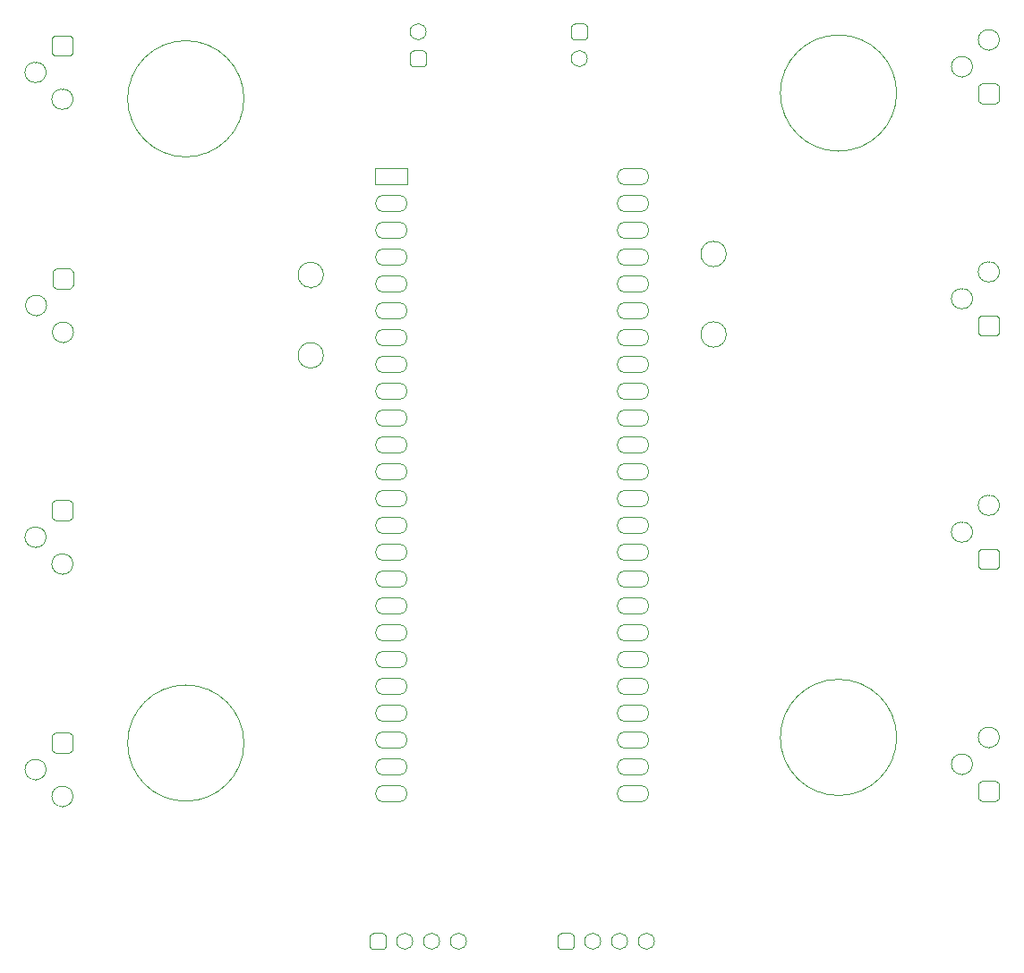
<source format=gbr>
%TF.GenerationSoftware,KiCad,Pcbnew,6.0.11+dfsg-1*%
%TF.CreationDate,2024-07-10T13:42:28+04:00*%
%TF.ProjectId,pwm,70776d2e-6b69-4636-9164-5f7063625858,rev?*%
%TF.SameCoordinates,PX14fb180PYa6e49c0*%
%TF.FileFunction,AssemblyDrawing,Bot*%
%FSLAX46Y46*%
G04 Gerber Fmt 4.6, Leading zero omitted, Abs format (unit mm)*
G04 Created by KiCad (PCBNEW 6.0.11+dfsg-1) date 2024-07-10 13:42:28*
%MOMM*%
%LPD*%
G01*
G04 APERTURE LIST*
%ADD10C,0.100000*%
%ADD11C,0.100000*%
%TD*%
G04 APERTURE END LIST*
D10*
%TO.C,REF\u002A\u002A*%
X109620000Y46980000D02*
G75*
G03*
X109620000Y46980000I-5500000J0D01*
G01*
X109620000Y107980000D02*
G75*
G03*
X109620000Y107980000I-5500000J0D01*
G01*
%TD*%
%TO.C,REF\u002A\u002A*%
X47880000Y107440000D02*
G75*
G03*
X47880000Y107440000I-5500000J0D01*
G01*
X47880000Y46440000D02*
G75*
G03*
X47880000Y46440000I-5500000J0D01*
G01*
%TD*%
D11*
%TO.C,Q8*%
D10*
X117811250Y40951500D02*
X117722010Y40959936D01*
X117588398Y41006857D01*
X117474490Y41090990D01*
X117390357Y41204898D01*
X117343436Y41338510D01*
X117335000Y41427750D01*
X117335000Y42380250D01*
X117343436Y42469490D01*
X117390357Y42603102D01*
X117474490Y42717010D01*
X117588398Y42801143D01*
X117722010Y42848064D01*
X117811250Y42856500D01*
X118858750Y42856500D01*
X118947990Y42848064D01*
X119081602Y42801143D01*
X119195510Y42717010D01*
X119279643Y42603102D01*
X119326564Y42469490D01*
X119335000Y42380250D01*
X119335000Y41427750D01*
X119326564Y41338510D01*
X119279643Y41204898D01*
X119195510Y41090990D01*
X119081602Y41006857D01*
X118947990Y40959936D01*
X118858750Y40951500D01*
X117811250Y40951500D01*
X115747500Y43491500D02*
X115842500Y43491500D01*
X115747500Y45396500D02*
X115842500Y45396500D01*
X115842500Y43491500D02*
G75*
G03*
X115842500Y45396500I0J952500D01*
G01*
X115747500Y45396500D02*
G75*
G03*
X115747500Y43491500I0J-952500D01*
G01*
X118287500Y46031500D02*
X118382500Y46031500D01*
X118287500Y47936500D02*
X118382500Y47936500D01*
X118382500Y46031500D02*
G75*
G03*
X118382500Y47936500I0J952500D01*
G01*
X118287500Y47936500D02*
G75*
G03*
X118287500Y46031500I0J-952500D01*
G01*
%TD*%
D11*
%TO.C,Q6*%
D10*
X117811250Y85020500D02*
X117722010Y85028936D01*
X117588398Y85075857D01*
X117474490Y85159990D01*
X117390357Y85273898D01*
X117343436Y85407510D01*
X117335000Y85496750D01*
X117335000Y86449250D01*
X117343436Y86538490D01*
X117390357Y86672102D01*
X117474490Y86786010D01*
X117588398Y86870143D01*
X117722010Y86917064D01*
X117811250Y86925500D01*
X118858750Y86925500D01*
X118947990Y86917064D01*
X119081602Y86870143D01*
X119195510Y86786010D01*
X119279643Y86672102D01*
X119326564Y86538490D01*
X119335000Y86449250D01*
X119335000Y85496750D01*
X119326564Y85407510D01*
X119279643Y85273898D01*
X119195510Y85159990D01*
X119081602Y85075857D01*
X118947990Y85028936D01*
X118858750Y85020500D01*
X117811250Y85020500D01*
X115747500Y87560500D02*
X115842500Y87560500D01*
X115747500Y89465500D02*
X115842500Y89465500D01*
X115842500Y87560500D02*
G75*
G03*
X115842500Y89465500I0J952500D01*
G01*
X115747500Y89465500D02*
G75*
G03*
X115747500Y87560500I0J-952500D01*
G01*
X118287500Y90100500D02*
X118382500Y90100500D01*
X118287500Y92005500D02*
X118382500Y92005500D01*
X118382500Y90100500D02*
G75*
G03*
X118382500Y92005500I0J952500D01*
G01*
X118287500Y92005500D02*
G75*
G03*
X118287500Y90100500I0J-952500D01*
G01*
%TD*%
D11*
%TO.C,Q1*%
D10*
X31228750Y113432500D02*
X31317990Y113424064D01*
X31451602Y113377143D01*
X31565510Y113293010D01*
X31649643Y113179102D01*
X31696564Y113045490D01*
X31705000Y112956250D01*
X31705000Y112003750D01*
X31696564Y111914510D01*
X31649643Y111780898D01*
X31565510Y111666990D01*
X31451602Y111582857D01*
X31317990Y111535936D01*
X31228750Y111527500D01*
X30181250Y111527500D01*
X30092010Y111535936D01*
X29958398Y111582857D01*
X29844490Y111666990D01*
X29760357Y111780898D01*
X29713436Y111914510D01*
X29705000Y112003750D01*
X29705000Y112956250D01*
X29713436Y113045490D01*
X29760357Y113179102D01*
X29844490Y113293010D01*
X29958398Y113377143D01*
X30092010Y113424064D01*
X30181250Y113432500D01*
X31228750Y113432500D01*
X28212500Y110892500D02*
X28117500Y110892500D01*
X28212500Y108987500D02*
X28117500Y108987500D01*
X28117500Y110892500D02*
G75*
G03*
X28117500Y108987500I0J-952500D01*
G01*
X28212500Y108987500D02*
G75*
G03*
X28212500Y110892500I0J952500D01*
G01*
X30752500Y108352500D02*
X30657500Y108352500D01*
X30752500Y106447500D02*
X30657500Y106447500D01*
X30657500Y108352500D02*
G75*
G03*
X30657500Y106447500I0J-952500D01*
G01*
X30752500Y106447500D02*
G75*
G03*
X30752500Y108352500I0J952500D01*
G01*
%TD*%
D11*
%TO.C,X3*%
D10*
X79981000Y114548000D02*
X80089847Y114532121D01*
X80202248Y114477178D01*
X80290791Y114388789D01*
X80345930Y114276484D01*
X80362000Y114167000D01*
X80362000Y113405000D01*
X80346121Y113296153D01*
X80291178Y113183752D01*
X80202789Y113095209D01*
X80090484Y113040070D01*
X79981000Y113024000D01*
X79219000Y113024000D01*
X79110153Y113039879D01*
X78997752Y113094822D01*
X78909209Y113183211D01*
X78854070Y113295516D01*
X78838000Y113405000D01*
X78838000Y114167000D01*
X78853879Y114275847D01*
X78908822Y114388248D01*
X78997211Y114476791D01*
X79109516Y114531930D01*
X79219000Y114548000D01*
X79981000Y114548000D01*
X80362000Y111246000D02*
G75*
G03*
X80362000Y111246000I-762000J0D01*
G01*
%TD*%
D11*
%TO.C,X2*%
D10*
X59788000Y28061000D02*
X59803879Y28169847D01*
X59858822Y28282248D01*
X59947211Y28370791D01*
X60059516Y28425930D01*
X60169000Y28442000D01*
X60931000Y28442000D01*
X61039847Y28426121D01*
X61152248Y28371178D01*
X61240791Y28282789D01*
X61295930Y28170484D01*
X61312000Y28061000D01*
X61312000Y27299000D01*
X61296121Y27190153D01*
X61241178Y27077752D01*
X61152789Y26989209D01*
X61040484Y26934070D01*
X60931000Y26918000D01*
X60169000Y26918000D01*
X60060153Y26933879D01*
X59947752Y26988822D01*
X59859209Y27077211D01*
X59804070Y27189516D01*
X59788000Y27299000D01*
X59788000Y28061000D01*
X63852000Y27680000D02*
G75*
G03*
X63852000Y27680000I-762000J0D01*
G01*
X66392000Y27680000D02*
G75*
G03*
X66392000Y27680000I-762000J0D01*
G01*
X68932000Y27680000D02*
G75*
G03*
X68932000Y27680000I-762000J0D01*
G01*
%TD*%
%TO.C,R1*%
X55400000Y83150000D02*
G75*
G03*
X55400000Y83150000I-1200000J0D01*
G01*
X54200000Y89570000D02*
X54200000Y89570000D01*
X54200000Y91970000D02*
X54200000Y91970000D01*
X54200000Y89570000D02*
G75*
G03*
X54200000Y91970000I0J1200000D01*
G01*
X54200000Y91970000D02*
G75*
G03*
X54200000Y89570000I0J-1200000D01*
G01*
%TD*%
D11*
%TO.C,X4*%
D10*
X63979000Y110484000D02*
X63870153Y110499879D01*
X63757752Y110554822D01*
X63669209Y110643211D01*
X63614070Y110755516D01*
X63598000Y110865000D01*
X63598000Y111627000D01*
X63613879Y111735847D01*
X63668822Y111848248D01*
X63757211Y111936791D01*
X63869516Y111991930D01*
X63979000Y112008000D01*
X64741000Y112008000D01*
X64849847Y111992121D01*
X64962248Y111937178D01*
X65050791Y111848789D01*
X65105930Y111736484D01*
X65122000Y111627000D01*
X65122000Y110865000D01*
X65106121Y110756153D01*
X65051178Y110643752D01*
X64962789Y110555209D01*
X64850484Y110500070D01*
X64741000Y110484000D01*
X63979000Y110484000D01*
X65122000Y113786000D02*
G75*
G03*
X65122000Y113786000I-762000J0D01*
G01*
%TD*%
D11*
%TO.C,Q7*%
D10*
X117811250Y62922500D02*
X117722010Y62930936D01*
X117588398Y62977857D01*
X117474490Y63061990D01*
X117390357Y63175898D01*
X117343436Y63309510D01*
X117335000Y63398750D01*
X117335000Y64351250D01*
X117343436Y64440490D01*
X117390357Y64574102D01*
X117474490Y64688010D01*
X117588398Y64772143D01*
X117722010Y64819064D01*
X117811250Y64827500D01*
X118858750Y64827500D01*
X118947990Y64819064D01*
X119081602Y64772143D01*
X119195510Y64688010D01*
X119279643Y64574102D01*
X119326564Y64440490D01*
X119335000Y64351250D01*
X119335000Y63398750D01*
X119326564Y63309510D01*
X119279643Y63175898D01*
X119195510Y63061990D01*
X119081602Y62977857D01*
X118947990Y62930936D01*
X118858750Y62922500D01*
X117811250Y62922500D01*
X115747500Y65462500D02*
X115842500Y65462500D01*
X115747500Y67367500D02*
X115842500Y67367500D01*
X115842500Y65462500D02*
G75*
G03*
X115842500Y67367500I0J952500D01*
G01*
X115747500Y67367500D02*
G75*
G03*
X115747500Y65462500I0J-952500D01*
G01*
X118287500Y68002500D02*
X118382500Y68002500D01*
X118287500Y69907500D02*
X118382500Y69907500D01*
X118382500Y68002500D02*
G75*
G03*
X118382500Y69907500I0J952500D01*
G01*
X118287500Y69907500D02*
G75*
G03*
X118287500Y68002500I0J-952500D01*
G01*
%TD*%
D11*
%TO.C,X1*%
D10*
X77568000Y28061000D02*
X77583879Y28169847D01*
X77638822Y28282248D01*
X77727211Y28370791D01*
X77839516Y28425930D01*
X77949000Y28442000D01*
X78711000Y28442000D01*
X78819847Y28426121D01*
X78932248Y28371178D01*
X79020791Y28282789D01*
X79075930Y28170484D01*
X79092000Y28061000D01*
X79092000Y27299000D01*
X79076121Y27190153D01*
X79021178Y27077752D01*
X78932789Y26989209D01*
X78820484Y26934070D01*
X78711000Y26918000D01*
X77949000Y26918000D01*
X77840153Y26933879D01*
X77727752Y26988822D01*
X77639209Y27077211D01*
X77584070Y27189516D01*
X77568000Y27299000D01*
X77568000Y28061000D01*
X81632000Y27680000D02*
G75*
G03*
X81632000Y27680000I-762000J0D01*
G01*
X84172000Y27680000D02*
G75*
G03*
X84172000Y27680000I-762000J0D01*
G01*
X86712000Y27680000D02*
G75*
G03*
X86712000Y27680000I-762000J0D01*
G01*
%TD*%
D11*
%TO.C,Q5*%
D10*
X117811250Y106991500D02*
X117722010Y106999936D01*
X117588398Y107046857D01*
X117474490Y107130990D01*
X117390357Y107244898D01*
X117343436Y107378510D01*
X117335000Y107467750D01*
X117335000Y108420250D01*
X117343436Y108509490D01*
X117390357Y108643102D01*
X117474490Y108757010D01*
X117588398Y108841143D01*
X117722010Y108888064D01*
X117811250Y108896500D01*
X118858750Y108896500D01*
X118947990Y108888064D01*
X119081602Y108841143D01*
X119195510Y108757010D01*
X119279643Y108643102D01*
X119326564Y108509490D01*
X119335000Y108420250D01*
X119335000Y107467750D01*
X119326564Y107378510D01*
X119279643Y107244898D01*
X119195510Y107130990D01*
X119081602Y107046857D01*
X118947990Y106999936D01*
X118858750Y106991500D01*
X117811250Y106991500D01*
X115747500Y109531500D02*
X115842500Y109531500D01*
X115747500Y111436500D02*
X115842500Y111436500D01*
X115842500Y109531500D02*
G75*
G03*
X115842500Y111436500I0J952500D01*
G01*
X115747500Y111436500D02*
G75*
G03*
X115747500Y109531500I0J-952500D01*
G01*
X118287500Y112071500D02*
X118382500Y112071500D01*
X118287500Y113976500D02*
X118382500Y113976500D01*
X118382500Y112071500D02*
G75*
G03*
X118382500Y113976500I0J952500D01*
G01*
X118287500Y113976500D02*
G75*
G03*
X118287500Y112071500I0J-952500D01*
G01*
%TD*%
%TO.C,R2*%
X93500000Y85130000D02*
G75*
G03*
X93500000Y85130000I-1200000J0D01*
G01*
X92300000Y91550000D02*
X92300000Y91550000D01*
X92300000Y93950000D02*
X92300000Y93950000D01*
X92300000Y91550000D02*
G75*
G03*
X92300000Y93950000I0J1200000D01*
G01*
X92300000Y93950000D02*
G75*
G03*
X92300000Y91550000I0J-1200000D01*
G01*
%TD*%
D11*
%TO.C,Q2*%
D10*
X31286250Y91370500D02*
X31375490Y91362064D01*
X31509102Y91315143D01*
X31623010Y91231010D01*
X31707143Y91117102D01*
X31754064Y90983490D01*
X31762500Y90894250D01*
X31762500Y89941750D01*
X31754064Y89852510D01*
X31707143Y89718898D01*
X31623010Y89604990D01*
X31509102Y89520857D01*
X31375490Y89473936D01*
X31286250Y89465500D01*
X30238750Y89465500D01*
X30149510Y89473936D01*
X30015898Y89520857D01*
X29901990Y89604990D01*
X29817857Y89718898D01*
X29770936Y89852510D01*
X29762500Y89941750D01*
X29762500Y90894250D01*
X29770936Y90983490D01*
X29817857Y91117102D01*
X29901990Y91231010D01*
X30015898Y91315143D01*
X30149510Y91362064D01*
X30238750Y91370500D01*
X31286250Y91370500D01*
X28270000Y88830500D02*
X28175000Y88830500D01*
X28270000Y86925500D02*
X28175000Y86925500D01*
X28175000Y88830500D02*
G75*
G03*
X28175000Y86925500I0J-952500D01*
G01*
X28270000Y86925500D02*
G75*
G03*
X28270000Y88830500I0J952500D01*
G01*
X30810000Y86290500D02*
X30715000Y86290500D01*
X30810000Y84385500D02*
X30715000Y84385500D01*
X30715000Y86290500D02*
G75*
G03*
X30715000Y84385500I0J-952500D01*
G01*
X30810000Y84385500D02*
G75*
G03*
X30810000Y86290500I0J952500D01*
G01*
%TD*%
%TO.C,U1*%
X60320000Y100832000D02*
X60320000Y99308000D01*
X63320000Y99308000D01*
X63320000Y100832000D01*
X60320000Y100832000D01*
X83942000Y99308000D02*
X85418000Y99308000D01*
X83942000Y100832000D02*
X85418000Y100832000D01*
X85418000Y99308000D02*
G75*
G03*
X85418000Y100832000I0J762000D01*
G01*
X83942000Y100832000D02*
G75*
G03*
X83942000Y99308000I0J-762000D01*
G01*
X61082000Y96768000D02*
X62558000Y96768000D01*
X61082000Y98292000D02*
X62558000Y98292000D01*
X62558000Y96768000D02*
G75*
G03*
X62558000Y98292000I0J762000D01*
G01*
X61082000Y98292000D02*
G75*
G03*
X61082000Y96768000I0J-762000D01*
G01*
X83942000Y96768000D02*
X85418000Y96768000D01*
X83942000Y98292000D02*
X85418000Y98292000D01*
X85418000Y96768000D02*
G75*
G03*
X85418000Y98292000I0J762000D01*
G01*
X83942000Y98292000D02*
G75*
G03*
X83942000Y96768000I0J-762000D01*
G01*
X61082000Y94228000D02*
X62558000Y94228000D01*
X61082000Y95752000D02*
X62558000Y95752000D01*
X62558000Y94228000D02*
G75*
G03*
X62558000Y95752000I0J762000D01*
G01*
X61082000Y95752000D02*
G75*
G03*
X61082000Y94228000I0J-762000D01*
G01*
X83942000Y94228000D02*
X85418000Y94228000D01*
X83942000Y95752000D02*
X85418000Y95752000D01*
X85418000Y94228000D02*
G75*
G03*
X85418000Y95752000I0J762000D01*
G01*
X83942000Y95752000D02*
G75*
G03*
X83942000Y94228000I0J-762000D01*
G01*
X61082000Y91688000D02*
X62558000Y91688000D01*
X61082000Y93212000D02*
X62558000Y93212000D01*
X62558000Y91688000D02*
G75*
G03*
X62558000Y93212000I0J762000D01*
G01*
X61082000Y93212000D02*
G75*
G03*
X61082000Y91688000I0J-762000D01*
G01*
X83942000Y91688000D02*
X85418000Y91688000D01*
X83942000Y93212000D02*
X85418000Y93212000D01*
X85418000Y91688000D02*
G75*
G03*
X85418000Y93212000I0J762000D01*
G01*
X83942000Y93212000D02*
G75*
G03*
X83942000Y91688000I0J-762000D01*
G01*
X61082000Y89148000D02*
X62558000Y89148000D01*
X61082000Y90672000D02*
X62558000Y90672000D01*
X62558000Y89148000D02*
G75*
G03*
X62558000Y90672000I0J762000D01*
G01*
X61082000Y90672000D02*
G75*
G03*
X61082000Y89148000I0J-762000D01*
G01*
X83942000Y89148000D02*
X85418000Y89148000D01*
X83942000Y90672000D02*
X85418000Y90672000D01*
X85418000Y89148000D02*
G75*
G03*
X85418000Y90672000I0J762000D01*
G01*
X83942000Y90672000D02*
G75*
G03*
X83942000Y89148000I0J-762000D01*
G01*
X61082000Y86608000D02*
X62558000Y86608000D01*
X61082000Y88132000D02*
X62558000Y88132000D01*
X62558000Y86608000D02*
G75*
G03*
X62558000Y88132000I0J762000D01*
G01*
X61082000Y88132000D02*
G75*
G03*
X61082000Y86608000I0J-762000D01*
G01*
X83942000Y86608000D02*
X85418000Y86608000D01*
X83942000Y88132000D02*
X85418000Y88132000D01*
X85418000Y86608000D02*
G75*
G03*
X85418000Y88132000I0J762000D01*
G01*
X83942000Y88132000D02*
G75*
G03*
X83942000Y86608000I0J-762000D01*
G01*
X61082000Y84068000D02*
X62558000Y84068000D01*
X61082000Y85592000D02*
X62558000Y85592000D01*
X62558000Y84068000D02*
G75*
G03*
X62558000Y85592000I0J762000D01*
G01*
X61082000Y85592000D02*
G75*
G03*
X61082000Y84068000I0J-762000D01*
G01*
X83942000Y84068000D02*
X85418000Y84068000D01*
X83942000Y85592000D02*
X85418000Y85592000D01*
X85418000Y84068000D02*
G75*
G03*
X85418000Y85592000I0J762000D01*
G01*
X83942000Y85592000D02*
G75*
G03*
X83942000Y84068000I0J-762000D01*
G01*
X61082000Y81528000D02*
X62558000Y81528000D01*
X61082000Y83052000D02*
X62558000Y83052000D01*
X62558000Y81528000D02*
G75*
G03*
X62558000Y83052000I0J762000D01*
G01*
X61082000Y83052000D02*
G75*
G03*
X61082000Y81528000I0J-762000D01*
G01*
X83942000Y81528000D02*
X85418000Y81528000D01*
X83942000Y83052000D02*
X85418000Y83052000D01*
X85418000Y81528000D02*
G75*
G03*
X85418000Y83052000I0J762000D01*
G01*
X83942000Y83052000D02*
G75*
G03*
X83942000Y81528000I0J-762000D01*
G01*
X61082000Y78988000D02*
X62558000Y78988000D01*
X61082000Y80512000D02*
X62558000Y80512000D01*
X62558000Y78988000D02*
G75*
G03*
X62558000Y80512000I0J762000D01*
G01*
X61082000Y80512000D02*
G75*
G03*
X61082000Y78988000I0J-762000D01*
G01*
X83942000Y78988000D02*
X85418000Y78988000D01*
X83942000Y80512000D02*
X85418000Y80512000D01*
X85418000Y78988000D02*
G75*
G03*
X85418000Y80512000I0J762000D01*
G01*
X83942000Y80512000D02*
G75*
G03*
X83942000Y78988000I0J-762000D01*
G01*
X61082000Y76448000D02*
X62558000Y76448000D01*
X61082000Y77972000D02*
X62558000Y77972000D01*
X62558000Y76448000D02*
G75*
G03*
X62558000Y77972000I0J762000D01*
G01*
X61082000Y77972000D02*
G75*
G03*
X61082000Y76448000I0J-762000D01*
G01*
X83942000Y76448000D02*
X85418000Y76448000D01*
X83942000Y77972000D02*
X85418000Y77972000D01*
X85418000Y76448000D02*
G75*
G03*
X85418000Y77972000I0J762000D01*
G01*
X83942000Y77972000D02*
G75*
G03*
X83942000Y76448000I0J-762000D01*
G01*
X61082000Y73908000D02*
X62558000Y73908000D01*
X61082000Y75432000D02*
X62558000Y75432000D01*
X62558000Y73908000D02*
G75*
G03*
X62558000Y75432000I0J762000D01*
G01*
X61082000Y75432000D02*
G75*
G03*
X61082000Y73908000I0J-762000D01*
G01*
X83942000Y73908000D02*
X85418000Y73908000D01*
X83942000Y75432000D02*
X85418000Y75432000D01*
X85418000Y73908000D02*
G75*
G03*
X85418000Y75432000I0J762000D01*
G01*
X83942000Y75432000D02*
G75*
G03*
X83942000Y73908000I0J-762000D01*
G01*
X61082000Y71368000D02*
X62558000Y71368000D01*
X61082000Y72892000D02*
X62558000Y72892000D01*
X62558000Y71368000D02*
G75*
G03*
X62558000Y72892000I0J762000D01*
G01*
X61082000Y72892000D02*
G75*
G03*
X61082000Y71368000I0J-762000D01*
G01*
X83942000Y71368000D02*
X85418000Y71368000D01*
X83942000Y72892000D02*
X85418000Y72892000D01*
X85418000Y71368000D02*
G75*
G03*
X85418000Y72892000I0J762000D01*
G01*
X83942000Y72892000D02*
G75*
G03*
X83942000Y71368000I0J-762000D01*
G01*
X61082000Y68828000D02*
X62558000Y68828000D01*
X61082000Y70352000D02*
X62558000Y70352000D01*
X62558000Y68828000D02*
G75*
G03*
X62558000Y70352000I0J762000D01*
G01*
X61082000Y70352000D02*
G75*
G03*
X61082000Y68828000I0J-762000D01*
G01*
X83942000Y68828000D02*
X85418000Y68828000D01*
X83942000Y70352000D02*
X85418000Y70352000D01*
X85418000Y68828000D02*
G75*
G03*
X85418000Y70352000I0J762000D01*
G01*
X83942000Y70352000D02*
G75*
G03*
X83942000Y68828000I0J-762000D01*
G01*
X61082000Y66288000D02*
X62558000Y66288000D01*
X61082000Y67812000D02*
X62558000Y67812000D01*
X62558000Y66288000D02*
G75*
G03*
X62558000Y67812000I0J762000D01*
G01*
X61082000Y67812000D02*
G75*
G03*
X61082000Y66288000I0J-762000D01*
G01*
X83942000Y66288000D02*
X85418000Y66288000D01*
X83942000Y67812000D02*
X85418000Y67812000D01*
X85418000Y66288000D02*
G75*
G03*
X85418000Y67812000I0J762000D01*
G01*
X83942000Y67812000D02*
G75*
G03*
X83942000Y66288000I0J-762000D01*
G01*
X61082000Y63748000D02*
X62558000Y63748000D01*
X61082000Y65272000D02*
X62558000Y65272000D01*
X62558000Y63748000D02*
G75*
G03*
X62558000Y65272000I0J762000D01*
G01*
X61082000Y65272000D02*
G75*
G03*
X61082000Y63748000I0J-762000D01*
G01*
X83942000Y63748000D02*
X85418000Y63748000D01*
X83942000Y65272000D02*
X85418000Y65272000D01*
X85418000Y63748000D02*
G75*
G03*
X85418000Y65272000I0J762000D01*
G01*
X83942000Y65272000D02*
G75*
G03*
X83942000Y63748000I0J-762000D01*
G01*
X61082000Y61208000D02*
X62558000Y61208000D01*
X61082000Y62732000D02*
X62558000Y62732000D01*
X62558000Y61208000D02*
G75*
G03*
X62558000Y62732000I0J762000D01*
G01*
X61082000Y62732000D02*
G75*
G03*
X61082000Y61208000I0J-762000D01*
G01*
X83942000Y61208000D02*
X85418000Y61208000D01*
X83942000Y62732000D02*
X85418000Y62732000D01*
X85418000Y61208000D02*
G75*
G03*
X85418000Y62732000I0J762000D01*
G01*
X83942000Y62732000D02*
G75*
G03*
X83942000Y61208000I0J-762000D01*
G01*
X61082000Y58668000D02*
X62558000Y58668000D01*
X61082000Y60192000D02*
X62558000Y60192000D01*
X62558000Y58668000D02*
G75*
G03*
X62558000Y60192000I0J762000D01*
G01*
X61082000Y60192000D02*
G75*
G03*
X61082000Y58668000I0J-762000D01*
G01*
X83942000Y58668000D02*
X85418000Y58668000D01*
X83942000Y60192000D02*
X85418000Y60192000D01*
X85418000Y58668000D02*
G75*
G03*
X85418000Y60192000I0J762000D01*
G01*
X83942000Y60192000D02*
G75*
G03*
X83942000Y58668000I0J-762000D01*
G01*
X61082000Y56128000D02*
X62558000Y56128000D01*
X61082000Y57652000D02*
X62558000Y57652000D01*
X62558000Y56128000D02*
G75*
G03*
X62558000Y57652000I0J762000D01*
G01*
X61082000Y57652000D02*
G75*
G03*
X61082000Y56128000I0J-762000D01*
G01*
X83942000Y56128000D02*
X85418000Y56128000D01*
X83942000Y57652000D02*
X85418000Y57652000D01*
X85418000Y56128000D02*
G75*
G03*
X85418000Y57652000I0J762000D01*
G01*
X83942000Y57652000D02*
G75*
G03*
X83942000Y56128000I0J-762000D01*
G01*
X61082000Y53588000D02*
X62558000Y53588000D01*
X61082000Y55112000D02*
X62558000Y55112000D01*
X62558000Y53588000D02*
G75*
G03*
X62558000Y55112000I0J762000D01*
G01*
X61082000Y55112000D02*
G75*
G03*
X61082000Y53588000I0J-762000D01*
G01*
X83942000Y53588000D02*
X85418000Y53588000D01*
X83942000Y55112000D02*
X85418000Y55112000D01*
X85418000Y53588000D02*
G75*
G03*
X85418000Y55112000I0J762000D01*
G01*
X83942000Y55112000D02*
G75*
G03*
X83942000Y53588000I0J-762000D01*
G01*
X61082000Y51048000D02*
X62558000Y51048000D01*
X61082000Y52572000D02*
X62558000Y52572000D01*
X62558000Y51048000D02*
G75*
G03*
X62558000Y52572000I0J762000D01*
G01*
X61082000Y52572000D02*
G75*
G03*
X61082000Y51048000I0J-762000D01*
G01*
X83942000Y51048000D02*
X85418000Y51048000D01*
X83942000Y52572000D02*
X85418000Y52572000D01*
X85418000Y51048000D02*
G75*
G03*
X85418000Y52572000I0J762000D01*
G01*
X83942000Y52572000D02*
G75*
G03*
X83942000Y51048000I0J-762000D01*
G01*
X61082000Y48508000D02*
X62558000Y48508000D01*
X61082000Y50032000D02*
X62558000Y50032000D01*
X62558000Y48508000D02*
G75*
G03*
X62558000Y50032000I0J762000D01*
G01*
X61082000Y50032000D02*
G75*
G03*
X61082000Y48508000I0J-762000D01*
G01*
X83942000Y48508000D02*
X85418000Y48508000D01*
X83942000Y50032000D02*
X85418000Y50032000D01*
X85418000Y48508000D02*
G75*
G03*
X85418000Y50032000I0J762000D01*
G01*
X83942000Y50032000D02*
G75*
G03*
X83942000Y48508000I0J-762000D01*
G01*
X61082000Y45968000D02*
X62558000Y45968000D01*
X61082000Y47492000D02*
X62558000Y47492000D01*
X62558000Y45968000D02*
G75*
G03*
X62558000Y47492000I0J762000D01*
G01*
X61082000Y47492000D02*
G75*
G03*
X61082000Y45968000I0J-762000D01*
G01*
X83942000Y45968000D02*
X85418000Y45968000D01*
X83942000Y47492000D02*
X85418000Y47492000D01*
X85418000Y45968000D02*
G75*
G03*
X85418000Y47492000I0J762000D01*
G01*
X83942000Y47492000D02*
G75*
G03*
X83942000Y45968000I0J-762000D01*
G01*
X61082000Y43428000D02*
X62558000Y43428000D01*
X61082000Y44952000D02*
X62558000Y44952000D01*
X62558000Y43428000D02*
G75*
G03*
X62558000Y44952000I0J762000D01*
G01*
X61082000Y44952000D02*
G75*
G03*
X61082000Y43428000I0J-762000D01*
G01*
X83942000Y43428000D02*
X85418000Y43428000D01*
X83942000Y44952000D02*
X85418000Y44952000D01*
X85418000Y43428000D02*
G75*
G03*
X85418000Y44952000I0J762000D01*
G01*
X83942000Y44952000D02*
G75*
G03*
X83942000Y43428000I0J-762000D01*
G01*
X61082000Y40888000D02*
X62558000Y40888000D01*
X61082000Y42412000D02*
X62558000Y42412000D01*
X62558000Y40888000D02*
G75*
G03*
X62558000Y42412000I0J762000D01*
G01*
X61082000Y42412000D02*
G75*
G03*
X61082000Y40888000I0J-762000D01*
G01*
X83942000Y40888000D02*
X85418000Y40888000D01*
X83942000Y42412000D02*
X85418000Y42412000D01*
X85418000Y40888000D02*
G75*
G03*
X85418000Y42412000I0J762000D01*
G01*
X83942000Y42412000D02*
G75*
G03*
X83942000Y40888000I0J-762000D01*
G01*
%TD*%
D11*
%TO.C,Q4*%
D10*
X31228750Y47432500D02*
X31317990Y47424064D01*
X31451602Y47377143D01*
X31565510Y47293010D01*
X31649643Y47179102D01*
X31696564Y47045490D01*
X31705000Y46956250D01*
X31705000Y46003750D01*
X31696564Y45914510D01*
X31649643Y45780898D01*
X31565510Y45666990D01*
X31451602Y45582857D01*
X31317990Y45535936D01*
X31228750Y45527500D01*
X30181250Y45527500D01*
X30092010Y45535936D01*
X29958398Y45582857D01*
X29844490Y45666990D01*
X29760357Y45780898D01*
X29713436Y45914510D01*
X29705000Y46003750D01*
X29705000Y46956250D01*
X29713436Y47045490D01*
X29760357Y47179102D01*
X29844490Y47293010D01*
X29958398Y47377143D01*
X30092010Y47424064D01*
X30181250Y47432500D01*
X31228750Y47432500D01*
X28212500Y44892500D02*
X28117500Y44892500D01*
X28212500Y42987500D02*
X28117500Y42987500D01*
X28117500Y44892500D02*
G75*
G03*
X28117500Y42987500I0J-952500D01*
G01*
X28212500Y42987500D02*
G75*
G03*
X28212500Y44892500I0J952500D01*
G01*
X30752500Y42352500D02*
X30657500Y42352500D01*
X30752500Y40447500D02*
X30657500Y40447500D01*
X30657500Y42352500D02*
G75*
G03*
X30657500Y40447500I0J-952500D01*
G01*
X30752500Y40447500D02*
G75*
G03*
X30752500Y42352500I0J952500D01*
G01*
%TD*%
D11*
%TO.C,Q3*%
D10*
X31228750Y69432500D02*
X31317990Y69424064D01*
X31451602Y69377143D01*
X31565510Y69293010D01*
X31649643Y69179102D01*
X31696564Y69045490D01*
X31705000Y68956250D01*
X31705000Y68003750D01*
X31696564Y67914510D01*
X31649643Y67780898D01*
X31565510Y67666990D01*
X31451602Y67582857D01*
X31317990Y67535936D01*
X31228750Y67527500D01*
X30181250Y67527500D01*
X30092010Y67535936D01*
X29958398Y67582857D01*
X29844490Y67666990D01*
X29760357Y67780898D01*
X29713436Y67914510D01*
X29705000Y68003750D01*
X29705000Y68956250D01*
X29713436Y69045490D01*
X29760357Y69179102D01*
X29844490Y69293010D01*
X29958398Y69377143D01*
X30092010Y69424064D01*
X30181250Y69432500D01*
X31228750Y69432500D01*
X28212500Y66892500D02*
X28117500Y66892500D01*
X28212500Y64987500D02*
X28117500Y64987500D01*
X28117500Y66892500D02*
G75*
G03*
X28117500Y64987500I0J-952500D01*
G01*
X28212500Y64987500D02*
G75*
G03*
X28212500Y66892500I0J952500D01*
G01*
X30752500Y64352500D02*
X30657500Y64352500D01*
X30752500Y62447500D02*
X30657500Y62447500D01*
X30657500Y64352500D02*
G75*
G03*
X30657500Y62447500I0J-952500D01*
G01*
X30752500Y62447500D02*
G75*
G03*
X30752500Y64352500I0J952500D01*
G01*
%TD*%
M02*

</source>
